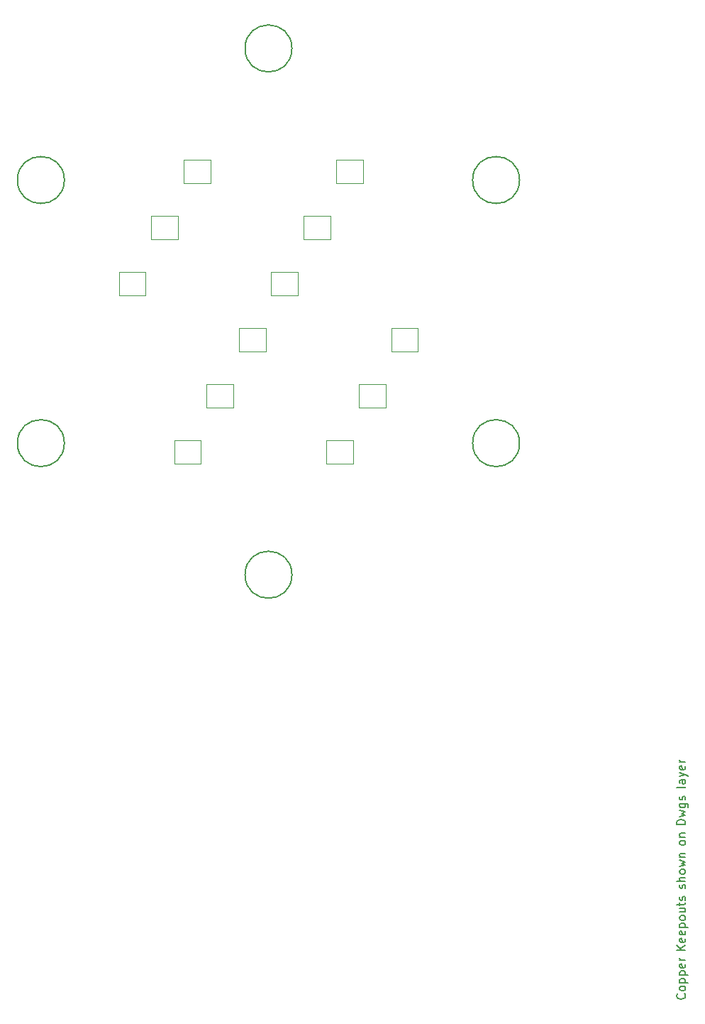
<source format=gbr>
%TF.GenerationSoftware,KiCad,Pcbnew,(7.0.0-0)*%
%TF.CreationDate,2023-03-26T20:27:34-07:00*%
%TF.ProjectId,voron_badge,766f726f-6e5f-4626-9164-67652e6b6963,rev?*%
%TF.SameCoordinates,Original*%
%TF.FileFunction,Other,Comment*%
%FSLAX46Y46*%
G04 Gerber Fmt 4.6, Leading zero omitted, Abs format (unit mm)*
G04 Created by KiCad (PCBNEW (7.0.0-0)) date 2023-03-26 20:27:34*
%MOMM*%
%LPD*%
G01*
G04 APERTURE LIST*
%ADD10C,0.150000*%
%ADD11C,0.120000*%
G04 APERTURE END LIST*
D10*
%TO.C,U2*%
X211122142Y-147085240D02*
X211169761Y-147132859D01*
X211169761Y-147132859D02*
X211217380Y-147275716D01*
X211217380Y-147275716D02*
X211217380Y-147370954D01*
X211217380Y-147370954D02*
X211169761Y-147513811D01*
X211169761Y-147513811D02*
X211074523Y-147609049D01*
X211074523Y-147609049D02*
X210979285Y-147656668D01*
X210979285Y-147656668D02*
X210788809Y-147704287D01*
X210788809Y-147704287D02*
X210645952Y-147704287D01*
X210645952Y-147704287D02*
X210455476Y-147656668D01*
X210455476Y-147656668D02*
X210360238Y-147609049D01*
X210360238Y-147609049D02*
X210265000Y-147513811D01*
X210265000Y-147513811D02*
X210217380Y-147370954D01*
X210217380Y-147370954D02*
X210217380Y-147275716D01*
X210217380Y-147275716D02*
X210265000Y-147132859D01*
X210265000Y-147132859D02*
X210312619Y-147085240D01*
X211217380Y-146513811D02*
X211169761Y-146609049D01*
X211169761Y-146609049D02*
X211122142Y-146656668D01*
X211122142Y-146656668D02*
X211026904Y-146704287D01*
X211026904Y-146704287D02*
X210741190Y-146704287D01*
X210741190Y-146704287D02*
X210645952Y-146656668D01*
X210645952Y-146656668D02*
X210598333Y-146609049D01*
X210598333Y-146609049D02*
X210550714Y-146513811D01*
X210550714Y-146513811D02*
X210550714Y-146370954D01*
X210550714Y-146370954D02*
X210598333Y-146275716D01*
X210598333Y-146275716D02*
X210645952Y-146228097D01*
X210645952Y-146228097D02*
X210741190Y-146180478D01*
X210741190Y-146180478D02*
X211026904Y-146180478D01*
X211026904Y-146180478D02*
X211122142Y-146228097D01*
X211122142Y-146228097D02*
X211169761Y-146275716D01*
X211169761Y-146275716D02*
X211217380Y-146370954D01*
X211217380Y-146370954D02*
X211217380Y-146513811D01*
X210550714Y-145751906D02*
X211550714Y-145751906D01*
X210598333Y-145751906D02*
X210550714Y-145656668D01*
X210550714Y-145656668D02*
X210550714Y-145466192D01*
X210550714Y-145466192D02*
X210598333Y-145370954D01*
X210598333Y-145370954D02*
X210645952Y-145323335D01*
X210645952Y-145323335D02*
X210741190Y-145275716D01*
X210741190Y-145275716D02*
X211026904Y-145275716D01*
X211026904Y-145275716D02*
X211122142Y-145323335D01*
X211122142Y-145323335D02*
X211169761Y-145370954D01*
X211169761Y-145370954D02*
X211217380Y-145466192D01*
X211217380Y-145466192D02*
X211217380Y-145656668D01*
X211217380Y-145656668D02*
X211169761Y-145751906D01*
X210550714Y-144847144D02*
X211550714Y-144847144D01*
X210598333Y-144847144D02*
X210550714Y-144751906D01*
X210550714Y-144751906D02*
X210550714Y-144561430D01*
X210550714Y-144561430D02*
X210598333Y-144466192D01*
X210598333Y-144466192D02*
X210645952Y-144418573D01*
X210645952Y-144418573D02*
X210741190Y-144370954D01*
X210741190Y-144370954D02*
X211026904Y-144370954D01*
X211026904Y-144370954D02*
X211122142Y-144418573D01*
X211122142Y-144418573D02*
X211169761Y-144466192D01*
X211169761Y-144466192D02*
X211217380Y-144561430D01*
X211217380Y-144561430D02*
X211217380Y-144751906D01*
X211217380Y-144751906D02*
X211169761Y-144847144D01*
X211169761Y-143561430D02*
X211217380Y-143656668D01*
X211217380Y-143656668D02*
X211217380Y-143847144D01*
X211217380Y-143847144D02*
X211169761Y-143942382D01*
X211169761Y-143942382D02*
X211074523Y-143990001D01*
X211074523Y-143990001D02*
X210693571Y-143990001D01*
X210693571Y-143990001D02*
X210598333Y-143942382D01*
X210598333Y-143942382D02*
X210550714Y-143847144D01*
X210550714Y-143847144D02*
X210550714Y-143656668D01*
X210550714Y-143656668D02*
X210598333Y-143561430D01*
X210598333Y-143561430D02*
X210693571Y-143513811D01*
X210693571Y-143513811D02*
X210788809Y-143513811D01*
X210788809Y-143513811D02*
X210884047Y-143990001D01*
X211217380Y-143085239D02*
X210550714Y-143085239D01*
X210741190Y-143085239D02*
X210645952Y-143037620D01*
X210645952Y-143037620D02*
X210598333Y-142990001D01*
X210598333Y-142990001D02*
X210550714Y-142894763D01*
X210550714Y-142894763D02*
X210550714Y-142799525D01*
X211217380Y-141866191D02*
X210217380Y-141866191D01*
X211217380Y-141294763D02*
X210645952Y-141723334D01*
X210217380Y-141294763D02*
X210788809Y-141866191D01*
X211169761Y-140485239D02*
X211217380Y-140580477D01*
X211217380Y-140580477D02*
X211217380Y-140770953D01*
X211217380Y-140770953D02*
X211169761Y-140866191D01*
X211169761Y-140866191D02*
X211074523Y-140913810D01*
X211074523Y-140913810D02*
X210693571Y-140913810D01*
X210693571Y-140913810D02*
X210598333Y-140866191D01*
X210598333Y-140866191D02*
X210550714Y-140770953D01*
X210550714Y-140770953D02*
X210550714Y-140580477D01*
X210550714Y-140580477D02*
X210598333Y-140485239D01*
X210598333Y-140485239D02*
X210693571Y-140437620D01*
X210693571Y-140437620D02*
X210788809Y-140437620D01*
X210788809Y-140437620D02*
X210884047Y-140913810D01*
X211169761Y-139628096D02*
X211217380Y-139723334D01*
X211217380Y-139723334D02*
X211217380Y-139913810D01*
X211217380Y-139913810D02*
X211169761Y-140009048D01*
X211169761Y-140009048D02*
X211074523Y-140056667D01*
X211074523Y-140056667D02*
X210693571Y-140056667D01*
X210693571Y-140056667D02*
X210598333Y-140009048D01*
X210598333Y-140009048D02*
X210550714Y-139913810D01*
X210550714Y-139913810D02*
X210550714Y-139723334D01*
X210550714Y-139723334D02*
X210598333Y-139628096D01*
X210598333Y-139628096D02*
X210693571Y-139580477D01*
X210693571Y-139580477D02*
X210788809Y-139580477D01*
X210788809Y-139580477D02*
X210884047Y-140056667D01*
X210550714Y-139151905D02*
X211550714Y-139151905D01*
X210598333Y-139151905D02*
X210550714Y-139056667D01*
X210550714Y-139056667D02*
X210550714Y-138866191D01*
X210550714Y-138866191D02*
X210598333Y-138770953D01*
X210598333Y-138770953D02*
X210645952Y-138723334D01*
X210645952Y-138723334D02*
X210741190Y-138675715D01*
X210741190Y-138675715D02*
X211026904Y-138675715D01*
X211026904Y-138675715D02*
X211122142Y-138723334D01*
X211122142Y-138723334D02*
X211169761Y-138770953D01*
X211169761Y-138770953D02*
X211217380Y-138866191D01*
X211217380Y-138866191D02*
X211217380Y-139056667D01*
X211217380Y-139056667D02*
X211169761Y-139151905D01*
X211217380Y-138104286D02*
X211169761Y-138199524D01*
X211169761Y-138199524D02*
X211122142Y-138247143D01*
X211122142Y-138247143D02*
X211026904Y-138294762D01*
X211026904Y-138294762D02*
X210741190Y-138294762D01*
X210741190Y-138294762D02*
X210645952Y-138247143D01*
X210645952Y-138247143D02*
X210598333Y-138199524D01*
X210598333Y-138199524D02*
X210550714Y-138104286D01*
X210550714Y-138104286D02*
X210550714Y-137961429D01*
X210550714Y-137961429D02*
X210598333Y-137866191D01*
X210598333Y-137866191D02*
X210645952Y-137818572D01*
X210645952Y-137818572D02*
X210741190Y-137770953D01*
X210741190Y-137770953D02*
X211026904Y-137770953D01*
X211026904Y-137770953D02*
X211122142Y-137818572D01*
X211122142Y-137818572D02*
X211169761Y-137866191D01*
X211169761Y-137866191D02*
X211217380Y-137961429D01*
X211217380Y-137961429D02*
X211217380Y-138104286D01*
X210550714Y-136913810D02*
X211217380Y-136913810D01*
X210550714Y-137342381D02*
X211074523Y-137342381D01*
X211074523Y-137342381D02*
X211169761Y-137294762D01*
X211169761Y-137294762D02*
X211217380Y-137199524D01*
X211217380Y-137199524D02*
X211217380Y-137056667D01*
X211217380Y-137056667D02*
X211169761Y-136961429D01*
X211169761Y-136961429D02*
X211122142Y-136913810D01*
X210550714Y-136580476D02*
X210550714Y-136199524D01*
X210217380Y-136437619D02*
X211074523Y-136437619D01*
X211074523Y-136437619D02*
X211169761Y-136390000D01*
X211169761Y-136390000D02*
X211217380Y-136294762D01*
X211217380Y-136294762D02*
X211217380Y-136199524D01*
X211169761Y-135913809D02*
X211217380Y-135818571D01*
X211217380Y-135818571D02*
X211217380Y-135628095D01*
X211217380Y-135628095D02*
X211169761Y-135532857D01*
X211169761Y-135532857D02*
X211074523Y-135485238D01*
X211074523Y-135485238D02*
X211026904Y-135485238D01*
X211026904Y-135485238D02*
X210931666Y-135532857D01*
X210931666Y-135532857D02*
X210884047Y-135628095D01*
X210884047Y-135628095D02*
X210884047Y-135770952D01*
X210884047Y-135770952D02*
X210836428Y-135866190D01*
X210836428Y-135866190D02*
X210741190Y-135913809D01*
X210741190Y-135913809D02*
X210693571Y-135913809D01*
X210693571Y-135913809D02*
X210598333Y-135866190D01*
X210598333Y-135866190D02*
X210550714Y-135770952D01*
X210550714Y-135770952D02*
X210550714Y-135628095D01*
X210550714Y-135628095D02*
X210598333Y-135532857D01*
X211169761Y-134504285D02*
X211217380Y-134409047D01*
X211217380Y-134409047D02*
X211217380Y-134218571D01*
X211217380Y-134218571D02*
X211169761Y-134123333D01*
X211169761Y-134123333D02*
X211074523Y-134075714D01*
X211074523Y-134075714D02*
X211026904Y-134075714D01*
X211026904Y-134075714D02*
X210931666Y-134123333D01*
X210931666Y-134123333D02*
X210884047Y-134218571D01*
X210884047Y-134218571D02*
X210884047Y-134361428D01*
X210884047Y-134361428D02*
X210836428Y-134456666D01*
X210836428Y-134456666D02*
X210741190Y-134504285D01*
X210741190Y-134504285D02*
X210693571Y-134504285D01*
X210693571Y-134504285D02*
X210598333Y-134456666D01*
X210598333Y-134456666D02*
X210550714Y-134361428D01*
X210550714Y-134361428D02*
X210550714Y-134218571D01*
X210550714Y-134218571D02*
X210598333Y-134123333D01*
X211217380Y-133647142D02*
X210217380Y-133647142D01*
X211217380Y-133218571D02*
X210693571Y-133218571D01*
X210693571Y-133218571D02*
X210598333Y-133266190D01*
X210598333Y-133266190D02*
X210550714Y-133361428D01*
X210550714Y-133361428D02*
X210550714Y-133504285D01*
X210550714Y-133504285D02*
X210598333Y-133599523D01*
X210598333Y-133599523D02*
X210645952Y-133647142D01*
X211217380Y-132599523D02*
X211169761Y-132694761D01*
X211169761Y-132694761D02*
X211122142Y-132742380D01*
X211122142Y-132742380D02*
X211026904Y-132789999D01*
X211026904Y-132789999D02*
X210741190Y-132789999D01*
X210741190Y-132789999D02*
X210645952Y-132742380D01*
X210645952Y-132742380D02*
X210598333Y-132694761D01*
X210598333Y-132694761D02*
X210550714Y-132599523D01*
X210550714Y-132599523D02*
X210550714Y-132456666D01*
X210550714Y-132456666D02*
X210598333Y-132361428D01*
X210598333Y-132361428D02*
X210645952Y-132313809D01*
X210645952Y-132313809D02*
X210741190Y-132266190D01*
X210741190Y-132266190D02*
X211026904Y-132266190D01*
X211026904Y-132266190D02*
X211122142Y-132313809D01*
X211122142Y-132313809D02*
X211169761Y-132361428D01*
X211169761Y-132361428D02*
X211217380Y-132456666D01*
X211217380Y-132456666D02*
X211217380Y-132599523D01*
X210550714Y-131932856D02*
X211217380Y-131742380D01*
X211217380Y-131742380D02*
X210741190Y-131551904D01*
X210741190Y-131551904D02*
X211217380Y-131361428D01*
X211217380Y-131361428D02*
X210550714Y-131170952D01*
X210550714Y-130789999D02*
X211217380Y-130789999D01*
X210645952Y-130789999D02*
X210598333Y-130742380D01*
X210598333Y-130742380D02*
X210550714Y-130647142D01*
X210550714Y-130647142D02*
X210550714Y-130504285D01*
X210550714Y-130504285D02*
X210598333Y-130409047D01*
X210598333Y-130409047D02*
X210693571Y-130361428D01*
X210693571Y-130361428D02*
X211217380Y-130361428D01*
X211217380Y-129142380D02*
X211169761Y-129237618D01*
X211169761Y-129237618D02*
X211122142Y-129285237D01*
X211122142Y-129285237D02*
X211026904Y-129332856D01*
X211026904Y-129332856D02*
X210741190Y-129332856D01*
X210741190Y-129332856D02*
X210645952Y-129285237D01*
X210645952Y-129285237D02*
X210598333Y-129237618D01*
X210598333Y-129237618D02*
X210550714Y-129142380D01*
X210550714Y-129142380D02*
X210550714Y-128999523D01*
X210550714Y-128999523D02*
X210598333Y-128904285D01*
X210598333Y-128904285D02*
X210645952Y-128856666D01*
X210645952Y-128856666D02*
X210741190Y-128809047D01*
X210741190Y-128809047D02*
X211026904Y-128809047D01*
X211026904Y-128809047D02*
X211122142Y-128856666D01*
X211122142Y-128856666D02*
X211169761Y-128904285D01*
X211169761Y-128904285D02*
X211217380Y-128999523D01*
X211217380Y-128999523D02*
X211217380Y-129142380D01*
X210550714Y-128380475D02*
X211217380Y-128380475D01*
X210645952Y-128380475D02*
X210598333Y-128332856D01*
X210598333Y-128332856D02*
X210550714Y-128237618D01*
X210550714Y-128237618D02*
X210550714Y-128094761D01*
X210550714Y-128094761D02*
X210598333Y-127999523D01*
X210598333Y-127999523D02*
X210693571Y-127951904D01*
X210693571Y-127951904D02*
X211217380Y-127951904D01*
X211217380Y-126875713D02*
X210217380Y-126875713D01*
X210217380Y-126875713D02*
X210217380Y-126637618D01*
X210217380Y-126637618D02*
X210265000Y-126494761D01*
X210265000Y-126494761D02*
X210360238Y-126399523D01*
X210360238Y-126399523D02*
X210455476Y-126351904D01*
X210455476Y-126351904D02*
X210645952Y-126304285D01*
X210645952Y-126304285D02*
X210788809Y-126304285D01*
X210788809Y-126304285D02*
X210979285Y-126351904D01*
X210979285Y-126351904D02*
X211074523Y-126399523D01*
X211074523Y-126399523D02*
X211169761Y-126494761D01*
X211169761Y-126494761D02*
X211217380Y-126637618D01*
X211217380Y-126637618D02*
X211217380Y-126875713D01*
X210550714Y-125970951D02*
X211217380Y-125780475D01*
X211217380Y-125780475D02*
X210741190Y-125589999D01*
X210741190Y-125589999D02*
X211217380Y-125399523D01*
X211217380Y-125399523D02*
X210550714Y-125209047D01*
X210550714Y-124399523D02*
X211360238Y-124399523D01*
X211360238Y-124399523D02*
X211455476Y-124447142D01*
X211455476Y-124447142D02*
X211503095Y-124494761D01*
X211503095Y-124494761D02*
X211550714Y-124589999D01*
X211550714Y-124589999D02*
X211550714Y-124732856D01*
X211550714Y-124732856D02*
X211503095Y-124828094D01*
X211169761Y-124399523D02*
X211217380Y-124494761D01*
X211217380Y-124494761D02*
X211217380Y-124685237D01*
X211217380Y-124685237D02*
X211169761Y-124780475D01*
X211169761Y-124780475D02*
X211122142Y-124828094D01*
X211122142Y-124828094D02*
X211026904Y-124875713D01*
X211026904Y-124875713D02*
X210741190Y-124875713D01*
X210741190Y-124875713D02*
X210645952Y-124828094D01*
X210645952Y-124828094D02*
X210598333Y-124780475D01*
X210598333Y-124780475D02*
X210550714Y-124685237D01*
X210550714Y-124685237D02*
X210550714Y-124494761D01*
X210550714Y-124494761D02*
X210598333Y-124399523D01*
X211169761Y-123970951D02*
X211217380Y-123875713D01*
X211217380Y-123875713D02*
X211217380Y-123685237D01*
X211217380Y-123685237D02*
X211169761Y-123589999D01*
X211169761Y-123589999D02*
X211074523Y-123542380D01*
X211074523Y-123542380D02*
X211026904Y-123542380D01*
X211026904Y-123542380D02*
X210931666Y-123589999D01*
X210931666Y-123589999D02*
X210884047Y-123685237D01*
X210884047Y-123685237D02*
X210884047Y-123828094D01*
X210884047Y-123828094D02*
X210836428Y-123923332D01*
X210836428Y-123923332D02*
X210741190Y-123970951D01*
X210741190Y-123970951D02*
X210693571Y-123970951D01*
X210693571Y-123970951D02*
X210598333Y-123923332D01*
X210598333Y-123923332D02*
X210550714Y-123828094D01*
X210550714Y-123828094D02*
X210550714Y-123685237D01*
X210550714Y-123685237D02*
X210598333Y-123589999D01*
X211217380Y-122370951D02*
X211169761Y-122466189D01*
X211169761Y-122466189D02*
X211074523Y-122513808D01*
X211074523Y-122513808D02*
X210217380Y-122513808D01*
X211217380Y-121561427D02*
X210693571Y-121561427D01*
X210693571Y-121561427D02*
X210598333Y-121609046D01*
X210598333Y-121609046D02*
X210550714Y-121704284D01*
X210550714Y-121704284D02*
X210550714Y-121894760D01*
X210550714Y-121894760D02*
X210598333Y-121989998D01*
X211169761Y-121561427D02*
X211217380Y-121656665D01*
X211217380Y-121656665D02*
X211217380Y-121894760D01*
X211217380Y-121894760D02*
X211169761Y-121989998D01*
X211169761Y-121989998D02*
X211074523Y-122037617D01*
X211074523Y-122037617D02*
X210979285Y-122037617D01*
X210979285Y-122037617D02*
X210884047Y-121989998D01*
X210884047Y-121989998D02*
X210836428Y-121894760D01*
X210836428Y-121894760D02*
X210836428Y-121656665D01*
X210836428Y-121656665D02*
X210788809Y-121561427D01*
X210550714Y-121180474D02*
X211217380Y-120942379D01*
X210550714Y-120704284D02*
X211217380Y-120942379D01*
X211217380Y-120942379D02*
X211455476Y-121037617D01*
X211455476Y-121037617D02*
X211503095Y-121085236D01*
X211503095Y-121085236D02*
X211550714Y-121180474D01*
X211169761Y-119942379D02*
X211217380Y-120037617D01*
X211217380Y-120037617D02*
X211217380Y-120228093D01*
X211217380Y-120228093D02*
X211169761Y-120323331D01*
X211169761Y-120323331D02*
X211074523Y-120370950D01*
X211074523Y-120370950D02*
X210693571Y-120370950D01*
X210693571Y-120370950D02*
X210598333Y-120323331D01*
X210598333Y-120323331D02*
X210550714Y-120228093D01*
X210550714Y-120228093D02*
X210550714Y-120037617D01*
X210550714Y-120037617D02*
X210598333Y-119942379D01*
X210598333Y-119942379D02*
X210693571Y-119894760D01*
X210693571Y-119894760D02*
X210788809Y-119894760D01*
X210788809Y-119894760D02*
X210884047Y-120370950D01*
X211217380Y-119466188D02*
X210550714Y-119466188D01*
X210741190Y-119466188D02*
X210645952Y-119418569D01*
X210645952Y-119418569D02*
X210598333Y-119370950D01*
X210598333Y-119370950D02*
X210550714Y-119275712D01*
X210550714Y-119275712D02*
X210550714Y-119180474D01*
%TO.C,REF\u002A\u002A*%
X191437944Y-81432733D02*
G75*
G03*
X191437944Y-81432733I-2800000J0D01*
G01*
X164268071Y-97119267D02*
G75*
G03*
X164268071Y-97119267I-2800000J0D01*
G01*
X191437944Y-50059666D02*
G75*
G03*
X191437944Y-50059666I-2800000J0D01*
G01*
X164268071Y-34373133D02*
G75*
G03*
X164268071Y-34373133I-2800000J0D01*
G01*
X137098198Y-81432733D02*
G75*
G03*
X137098198Y-81432733I-2800000J0D01*
G01*
X137098198Y-50059666D02*
G75*
G03*
X137098198Y-50059666I-2800000J0D01*
G01*
D11*
%TO.C,D2*%
X150209000Y-81076201D02*
X150209000Y-83876201D01*
X150209000Y-83876201D02*
X153409000Y-83876201D01*
X153409000Y-81076201D02*
X150209000Y-81076201D01*
X153409000Y-83876201D02*
X153409000Y-81076201D01*
%TO.C,D12*%
X169527334Y-47615866D02*
X169527334Y-50415866D01*
X169527334Y-50415866D02*
X172727334Y-50415866D01*
X172727334Y-47615866D02*
X169527334Y-47615866D01*
X172727334Y-50415866D02*
X172727334Y-47615866D01*
%TO.C,D10*%
X165663667Y-54307933D02*
X165663667Y-57107933D01*
X165663667Y-57107933D02*
X168863667Y-57107933D01*
X168863667Y-54307933D02*
X165663667Y-54307933D01*
X168863667Y-57107933D02*
X168863667Y-54307933D01*
%TO.C,D11*%
X172259008Y-74384467D02*
X172259008Y-77184467D01*
X172259008Y-77184467D02*
X175459008Y-77184467D01*
X175459008Y-74384467D02*
X172259008Y-74384467D01*
X175459008Y-77184467D02*
X175459008Y-74384467D01*
%TO.C,D4*%
X147477134Y-54307933D02*
X147477134Y-57107933D01*
X147477134Y-57107933D02*
X150677134Y-57107933D01*
X150677134Y-54307933D02*
X147477134Y-54307933D01*
X150677134Y-57107933D02*
X150677134Y-54307933D01*
%TO.C,D6*%
X151340800Y-47615866D02*
X151340800Y-50415866D01*
X151340800Y-50415866D02*
X154540800Y-50415866D01*
X154540800Y-47615866D02*
X151340800Y-47615866D01*
X154540800Y-50415866D02*
X154540800Y-47615866D01*
%TO.C,D3*%
X143613467Y-61000000D02*
X143613467Y-63800000D01*
X143613467Y-63800000D02*
X146813467Y-63800000D01*
X146813467Y-61000000D02*
X143613467Y-61000000D01*
X146813467Y-63800000D02*
X146813467Y-61000000D01*
%TO.C,D9*%
X168395342Y-81076534D02*
X168395342Y-83876534D01*
X168395342Y-83876534D02*
X171595342Y-83876534D01*
X171595342Y-81076534D02*
X168395342Y-81076534D01*
X171595342Y-83876534D02*
X171595342Y-81076534D01*
%TO.C,D7*%
X157936334Y-67692067D02*
X157936334Y-70492067D01*
X157936334Y-70492067D02*
X161136334Y-70492067D01*
X161136334Y-67692067D02*
X157936334Y-67692067D01*
X161136334Y-70492067D02*
X161136334Y-67692067D01*
%TO.C,D13*%
X176122675Y-67692400D02*
X176122675Y-70492400D01*
X176122675Y-70492400D02*
X179322675Y-70492400D01*
X179322675Y-67692400D02*
X176122675Y-67692400D01*
X179322675Y-70492400D02*
X179322675Y-67692400D01*
%TO.C,D8*%
X161800000Y-61000000D02*
X161800000Y-63800000D01*
X161800000Y-63800000D02*
X165000000Y-63800000D01*
X165000000Y-61000000D02*
X161800000Y-61000000D01*
X165000000Y-63800000D02*
X165000000Y-61000000D01*
%TO.C,D5*%
X154072667Y-74384134D02*
X154072667Y-77184134D01*
X154072667Y-77184134D02*
X157272667Y-77184134D01*
X157272667Y-74384134D02*
X154072667Y-74384134D01*
X157272667Y-77184134D02*
X157272667Y-74384134D01*
%TD*%
M02*

</source>
